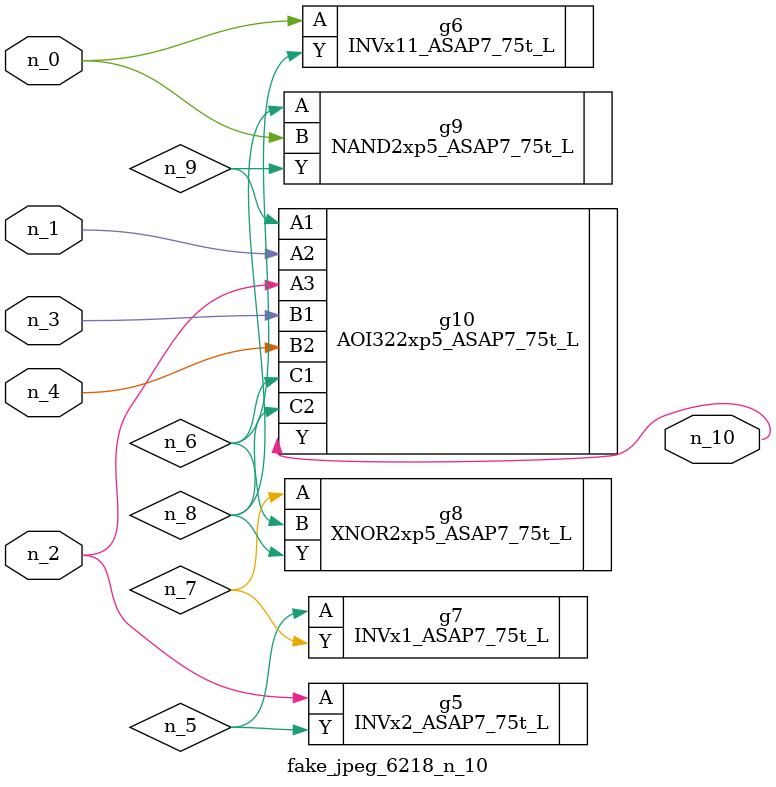
<source format=v>
module fake_jpeg_6218_n_10 (n_3, n_2, n_1, n_0, n_4, n_10);

input n_3;
input n_2;
input n_1;
input n_0;
input n_4;

output n_10;

wire n_8;
wire n_9;
wire n_6;
wire n_5;
wire n_7;

INVx2_ASAP7_75t_L g5 ( 
.A(n_2),
.Y(n_5)
);

INVx11_ASAP7_75t_L g6 ( 
.A(n_0),
.Y(n_6)
);

INVx1_ASAP7_75t_L g7 ( 
.A(n_5),
.Y(n_7)
);

XNOR2xp5_ASAP7_75t_L g8 ( 
.A(n_7),
.B(n_6),
.Y(n_8)
);

NAND2xp5_ASAP7_75t_L g9 ( 
.A(n_8),
.B(n_0),
.Y(n_9)
);

AOI322xp5_ASAP7_75t_L g10 ( 
.A1(n_9),
.A2(n_1),
.A3(n_2),
.B1(n_3),
.B2(n_4),
.C1(n_6),
.C2(n_8),
.Y(n_10)
);


endmodule
</source>
